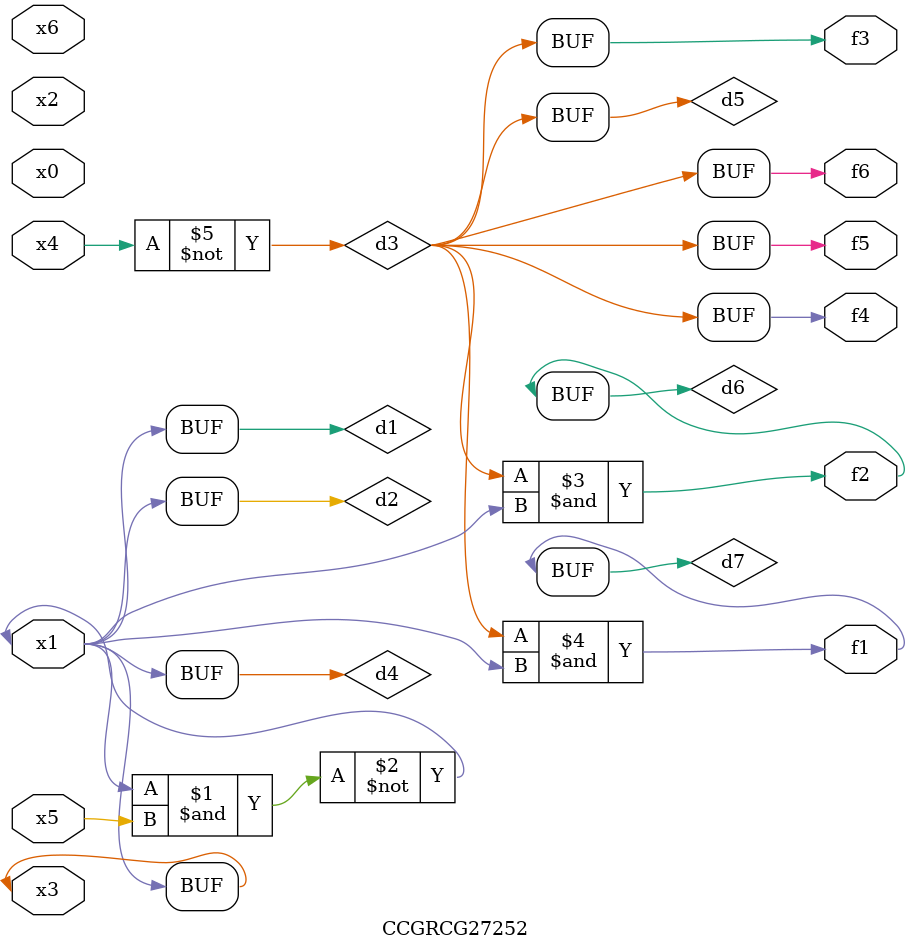
<source format=v>
module CCGRCG27252(
	input x0, x1, x2, x3, x4, x5, x6,
	output f1, f2, f3, f4, f5, f6
);

	wire d1, d2, d3, d4, d5, d6, d7;

	buf (d1, x1, x3);
	nand (d2, x1, x5);
	not (d3, x4);
	buf (d4, d1, d2);
	buf (d5, d3);
	and (d6, d3, d4);
	and (d7, d3, d4);
	assign f1 = d7;
	assign f2 = d6;
	assign f3 = d5;
	assign f4 = d5;
	assign f5 = d5;
	assign f6 = d5;
endmodule

</source>
